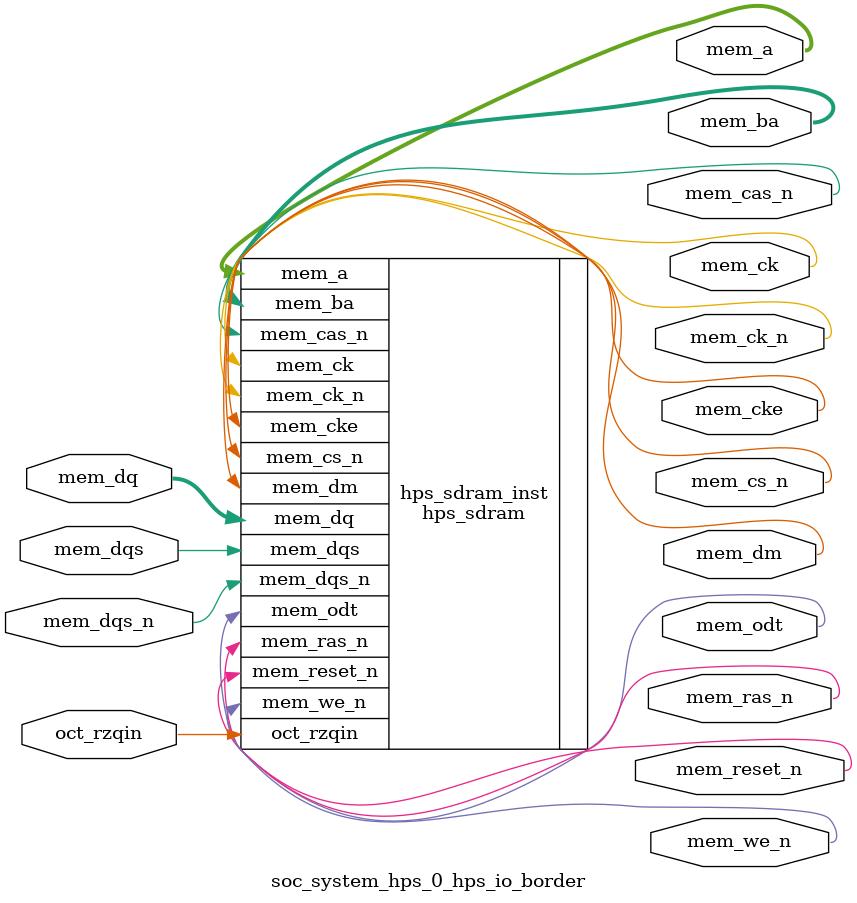
<source format=sv>


module soc_system_hps_0_hps_io_border(
// memory
  output wire [13 - 1 : 0 ] mem_a
 ,output wire [3 - 1 : 0 ] mem_ba
 ,output wire [1 - 1 : 0 ] mem_ck
 ,output wire [1 - 1 : 0 ] mem_ck_n
 ,output wire [1 - 1 : 0 ] mem_cke
 ,output wire [1 - 1 : 0 ] mem_cs_n
 ,output wire [1 - 1 : 0 ] mem_ras_n
 ,output wire [1 - 1 : 0 ] mem_cas_n
 ,output wire [1 - 1 : 0 ] mem_we_n
 ,output wire [1 - 1 : 0 ] mem_reset_n
 ,inout wire [8 - 1 : 0 ] mem_dq
 ,inout wire [1 - 1 : 0 ] mem_dqs
 ,inout wire [1 - 1 : 0 ] mem_dqs_n
 ,output wire [1 - 1 : 0 ] mem_odt
 ,output wire [1 - 1 : 0 ] mem_dm
 ,input wire [1 - 1 : 0 ] oct_rzqin
);


hps_sdram hps_sdram_inst(
 .mem_dq({
    mem_dq[7:0] // 7:0
  })
,.mem_odt({
    mem_odt[0:0] // 0:0
  })
,.mem_ras_n({
    mem_ras_n[0:0] // 0:0
  })
,.mem_dqs_n({
    mem_dqs_n[0:0] // 0:0
  })
,.mem_dqs({
    mem_dqs[0:0] // 0:0
  })
,.mem_dm({
    mem_dm[0:0] // 0:0
  })
,.mem_we_n({
    mem_we_n[0:0] // 0:0
  })
,.mem_cas_n({
    mem_cas_n[0:0] // 0:0
  })
,.mem_ba({
    mem_ba[2:0] // 2:0
  })
,.mem_a({
    mem_a[12:0] // 12:0
  })
,.mem_cs_n({
    mem_cs_n[0:0] // 0:0
  })
,.mem_ck({
    mem_ck[0:0] // 0:0
  })
,.mem_cke({
    mem_cke[0:0] // 0:0
  })
,.oct_rzqin({
    oct_rzqin[0:0] // 0:0
  })
,.mem_reset_n({
    mem_reset_n[0:0] // 0:0
  })
,.mem_ck_n({
    mem_ck_n[0:0] // 0:0
  })
);

endmodule


</source>
